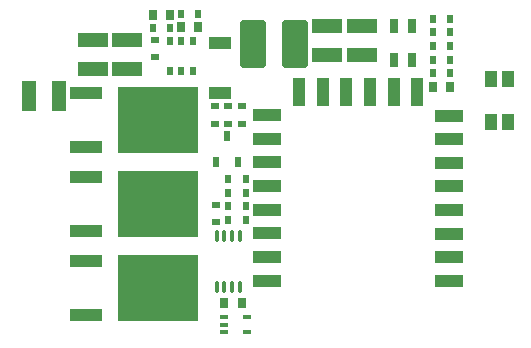
<source format=gtp>
G04*
G04 #@! TF.GenerationSoftware,Altium Limited,Altium Designer,20.1.8 (145)*
G04*
G04 Layer_Color=8421504*
%FSAX44Y44*%
%MOMM*%
G71*
G04*
G04 #@! TF.SameCoordinates,4BD3250C-79EC-4D4E-AA4E-9321392E63C2*
G04*
G04*
G04 #@! TF.FilePolarity,Positive*
G04*
G01*
G75*
%ADD17R,0.7620X1.1430*%
G04:AMPARAMS|DCode=18|XSize=0.95mm|YSize=2.65mm|CornerRadius=0.0048mm|HoleSize=0mm|Usage=FLASHONLY|Rotation=90.000|XOffset=0mm|YOffset=0mm|HoleType=Round|Shape=RoundedRectangle|*
%AMROUNDEDRECTD18*
21,1,0.9500,2.6405,0,0,90.0*
21,1,0.9405,2.6500,0,0,90.0*
1,1,0.0095,1.3203,0.4703*
1,1,0.0095,1.3203,-0.4703*
1,1,0.0095,-1.3203,-0.4703*
1,1,0.0095,-1.3203,0.4703*
%
%ADD18ROUNDEDRECTD18*%
G04:AMPARAMS|DCode=19|XSize=5.55mm|YSize=6.8mm|CornerRadius=0.0278mm|HoleSize=0mm|Usage=FLASHONLY|Rotation=90.000|XOffset=0mm|YOffset=0mm|HoleType=Round|Shape=RoundedRectangle|*
%AMROUNDEDRECTD19*
21,1,5.5500,6.7445,0,0,90.0*
21,1,5.4945,6.8000,0,0,90.0*
1,1,0.0555,3.3723,2.7473*
1,1,0.0555,3.3723,-2.7473*
1,1,0.0555,-3.3723,-2.7473*
1,1,0.0555,-3.3723,2.7473*
%
%ADD19ROUNDEDRECTD19*%
G04:AMPARAMS|DCode=20|XSize=0.75mm|YSize=0.55mm|CornerRadius=0.0028mm|HoleSize=0mm|Usage=FLASHONLY|Rotation=90.000|XOffset=0mm|YOffset=0mm|HoleType=Round|Shape=RoundedRectangle|*
%AMROUNDEDRECTD20*
21,1,0.7500,0.5445,0,0,90.0*
21,1,0.7445,0.5500,0,0,90.0*
1,1,0.0055,0.2723,0.3723*
1,1,0.0055,0.2723,-0.3723*
1,1,0.0055,-0.2723,-0.3723*
1,1,0.0055,-0.2723,0.3723*
%
%ADD20ROUNDEDRECTD20*%
%ADD21O,0.3500X1.1500*%
G04:AMPARAMS|DCode=22|XSize=2.55mm|YSize=1.2mm|CornerRadius=0.006mm|HoleSize=0mm|Usage=FLASHONLY|Rotation=90.000|XOffset=0mm|YOffset=0mm|HoleType=Round|Shape=RoundedRectangle|*
%AMROUNDEDRECTD22*
21,1,2.5500,1.1880,0,0,90.0*
21,1,2.5380,1.2000,0,0,90.0*
1,1,0.0120,0.5940,1.2690*
1,1,0.0120,0.5940,-1.2690*
1,1,0.0120,-0.5940,-1.2690*
1,1,0.0120,-0.5940,1.2690*
%
%ADD22ROUNDEDRECTD22*%
G04:AMPARAMS|DCode=23|XSize=2.55mm|YSize=1.2mm|CornerRadius=0.006mm|HoleSize=0mm|Usage=FLASHONLY|Rotation=0.000|XOffset=0mm|YOffset=0mm|HoleType=Round|Shape=RoundedRectangle|*
%AMROUNDEDRECTD23*
21,1,2.5500,1.1880,0,0,0.0*
21,1,2.5380,1.2000,0,0,0.0*
1,1,0.0120,1.2690,-0.5940*
1,1,0.0120,-1.2690,-0.5940*
1,1,0.0120,-1.2690,0.5940*
1,1,0.0120,1.2690,0.5940*
%
%ADD23ROUNDEDRECTD23*%
G04:AMPARAMS|DCode=24|XSize=0.75mm|YSize=0.55mm|CornerRadius=0.0028mm|HoleSize=0mm|Usage=FLASHONLY|Rotation=0.000|XOffset=0mm|YOffset=0mm|HoleType=Round|Shape=RoundedRectangle|*
%AMROUNDEDRECTD24*
21,1,0.7500,0.5445,0,0,0.0*
21,1,0.7445,0.5500,0,0,0.0*
1,1,0.0055,0.3723,-0.2723*
1,1,0.0055,-0.3723,-0.2723*
1,1,0.0055,-0.3723,0.2723*
1,1,0.0055,0.3723,0.2723*
%
%ADD24ROUNDEDRECTD24*%
G04:AMPARAMS|DCode=25|XSize=0.85mm|YSize=0.6mm|CornerRadius=0.003mm|HoleSize=0mm|Usage=FLASHONLY|Rotation=90.000|XOffset=0mm|YOffset=0mm|HoleType=Round|Shape=RoundedRectangle|*
%AMROUNDEDRECTD25*
21,1,0.8500,0.5940,0,0,90.0*
21,1,0.8440,0.6000,0,0,90.0*
1,1,0.0060,0.2970,0.4220*
1,1,0.0060,0.2970,-0.4220*
1,1,0.0060,-0.2970,-0.4220*
1,1,0.0060,-0.2970,0.4220*
%
%ADD25ROUNDEDRECTD25*%
G04:AMPARAMS|DCode=26|XSize=1.4mm|YSize=1.05mm|CornerRadius=0.0053mm|HoleSize=0mm|Usage=FLASHONLY|Rotation=90.000|XOffset=0mm|YOffset=0mm|HoleType=Round|Shape=RoundedRectangle|*
%AMROUNDEDRECTD26*
21,1,1.4000,1.0395,0,0,90.0*
21,1,1.3895,1.0500,0,0,90.0*
1,1,0.0105,0.5198,0.6948*
1,1,0.0105,0.5198,-0.6948*
1,1,0.0105,-0.5198,-0.6948*
1,1,0.0105,-0.5198,0.6948*
%
%ADD26ROUNDEDRECTD26*%
G04:AMPARAMS|DCode=27|XSize=0.54mm|YSize=0.75mm|CornerRadius=0.0027mm|HoleSize=0mm|Usage=FLASHONLY|Rotation=0.000|XOffset=0mm|YOffset=0mm|HoleType=Round|Shape=RoundedRectangle|*
%AMROUNDEDRECTD27*
21,1,0.5400,0.7446,0,0,0.0*
21,1,0.5346,0.7500,0,0,0.0*
1,1,0.0054,0.2673,-0.3723*
1,1,0.0054,-0.2673,-0.3723*
1,1,0.0054,-0.2673,0.3723*
1,1,0.0054,0.2673,0.3723*
%
%ADD27ROUNDEDRECTD27*%
G04:AMPARAMS|DCode=28|XSize=1.85mm|YSize=1mm|CornerRadius=0.005mm|HoleSize=0mm|Usage=FLASHONLY|Rotation=180.000|XOffset=0mm|YOffset=0mm|HoleType=Round|Shape=RoundedRectangle|*
%AMROUNDEDRECTD28*
21,1,1.8500,0.9900,0,0,180.0*
21,1,1.8400,1.0000,0,0,180.0*
1,1,0.0100,-0.9200,0.4950*
1,1,0.0100,0.9200,0.4950*
1,1,0.0100,0.9200,-0.4950*
1,1,0.0100,-0.9200,-0.4950*
%
%ADD28ROUNDEDRECTD28*%
G04:AMPARAMS|DCode=29|XSize=1.1mm|YSize=2.3mm|CornerRadius=0.0055mm|HoleSize=0mm|Usage=FLASHONLY|Rotation=270.000|XOffset=0mm|YOffset=0mm|HoleType=Round|Shape=RoundedRectangle|*
%AMROUNDEDRECTD29*
21,1,1.1000,2.2890,0,0,270.0*
21,1,1.0890,2.3000,0,0,270.0*
1,1,0.0110,-1.1445,-0.5445*
1,1,0.0110,-1.1445,0.5445*
1,1,0.0110,1.1445,0.5445*
1,1,0.0110,1.1445,-0.5445*
%
%ADD29ROUNDEDRECTD29*%
G04:AMPARAMS|DCode=30|XSize=1.1mm|YSize=2.3mm|CornerRadius=0.0055mm|HoleSize=0mm|Usage=FLASHONLY|Rotation=0.000|XOffset=0mm|YOffset=0mm|HoleType=Round|Shape=RoundedRectangle|*
%AMROUNDEDRECTD30*
21,1,1.1000,2.2890,0,0,0.0*
21,1,1.0890,2.3000,0,0,0.0*
1,1,0.0110,0.5445,-1.1445*
1,1,0.0110,-0.5445,-1.1445*
1,1,0.0110,-0.5445,1.1445*
1,1,0.0110,0.5445,1.1445*
%
%ADD30ROUNDEDRECTD30*%
G04:AMPARAMS|DCode=31|XSize=0.55mm|YSize=0.8mm|CornerRadius=0.0028mm|HoleSize=0mm|Usage=FLASHONLY|Rotation=180.000|XOffset=0mm|YOffset=0mm|HoleType=Round|Shape=RoundedRectangle|*
%AMROUNDEDRECTD31*
21,1,0.5500,0.7945,0,0,180.0*
21,1,0.5445,0.8000,0,0,180.0*
1,1,0.0055,-0.2723,0.3973*
1,1,0.0055,0.2723,0.3973*
1,1,0.0055,0.2723,-0.3973*
1,1,0.0055,-0.2723,-0.3973*
%
%ADD31ROUNDEDRECTD31*%
G04:AMPARAMS|DCode=32|XSize=4mm|YSize=2.2mm|CornerRadius=0.22mm|HoleSize=0mm|Usage=FLASHONLY|Rotation=90.000|XOffset=0mm|YOffset=0mm|HoleType=Round|Shape=RoundedRectangle|*
%AMROUNDEDRECTD32*
21,1,4.0000,1.7600,0,0,90.0*
21,1,3.5600,2.2000,0,0,90.0*
1,1,0.4400,0.8800,1.7800*
1,1,0.4400,0.8800,-1.7800*
1,1,0.4400,-0.8800,-1.7800*
1,1,0.4400,-0.8800,1.7800*
%
%ADD32ROUNDEDRECTD32*%
G04:AMPARAMS|DCode=33|XSize=0.35mm|YSize=0.6mm|CornerRadius=0.0018mm|HoleSize=0mm|Usage=FLASHONLY|Rotation=90.000|XOffset=0mm|YOffset=0mm|HoleType=Round|Shape=RoundedRectangle|*
%AMROUNDEDRECTD33*
21,1,0.3500,0.5965,0,0,90.0*
21,1,0.3465,0.6000,0,0,90.0*
1,1,0.0035,0.2983,0.1733*
1,1,0.0035,0.2983,-0.1733*
1,1,0.0035,-0.2983,-0.1733*
1,1,0.0035,-0.2983,0.1733*
%
%ADD33ROUNDEDRECTD33*%
D17*
X00325840Y00301391D02*
D03*
X00341080D02*
D03*
Y00272181D02*
D03*
X00325840D02*
D03*
D18*
X00064728Y00244834D02*
D03*
Y00199034D02*
D03*
Y00102289D02*
D03*
Y00056488D02*
D03*
Y00127761D02*
D03*
Y00173561D02*
D03*
D19*
X00125728Y00221933D02*
D03*
Y00079388D02*
D03*
Y00150661D02*
D03*
D20*
X00372964Y00295990D02*
D03*
X00358464D02*
D03*
Y00284407D02*
D03*
X00372964D02*
D03*
X00358464Y00307492D02*
D03*
X00372964D02*
D03*
X00358464Y00272904D02*
D03*
X00372964D02*
D03*
X00135845Y00299730D02*
D03*
X00121345D02*
D03*
X00145630Y00311404D02*
D03*
X00160130D02*
D03*
X00358464Y00261402D02*
D03*
X00372964D02*
D03*
X00185554Y00148737D02*
D03*
X00200054D02*
D03*
X00200036Y00160274D02*
D03*
X00185536D02*
D03*
X00200036Y00171704D02*
D03*
X00185536D02*
D03*
X00185554Y00137174D02*
D03*
X00200054D02*
D03*
D21*
X00175656Y00080664D02*
D03*
X00182156D02*
D03*
X00188656D02*
D03*
X00195156D02*
D03*
X00175656Y00123164D02*
D03*
X00182156D02*
D03*
X00188656D02*
D03*
X00195156D02*
D03*
D22*
X00041944Y00242192D02*
D03*
X00016944D02*
D03*
D23*
X00099984Y00289848D02*
D03*
Y00264848D02*
D03*
X00269271Y00276644D02*
D03*
Y00301644D02*
D03*
X00070521Y00289848D02*
D03*
Y00264848D02*
D03*
X00298773Y00276644D02*
D03*
Y00301644D02*
D03*
D24*
X00123563Y00274868D02*
D03*
Y00289368D02*
D03*
X00175006Y00150007D02*
D03*
Y00135507D02*
D03*
X00185581Y00233138D02*
D03*
Y00218638D02*
D03*
X00174079D02*
D03*
Y00233138D02*
D03*
X00197084Y00218638D02*
D03*
Y00233138D02*
D03*
D25*
X00135845Y00310980D02*
D03*
X00121345D02*
D03*
X00372964Y00249464D02*
D03*
X00358464D02*
D03*
X00160130Y00300257D02*
D03*
X00145630D02*
D03*
X00182156Y00066712D02*
D03*
X00196656D02*
D03*
D26*
X00408134Y00256000D02*
D03*
X00422634D02*
D03*
Y00220000D02*
D03*
X00408134D02*
D03*
D27*
X00136260Y00262852D02*
D03*
X00145760D02*
D03*
X00155260D02*
D03*
X00136260Y00288352D02*
D03*
X00145760D02*
D03*
X00155260D02*
D03*
D28*
X00178250Y00244840D02*
D03*
Y00286840D02*
D03*
D29*
X00372152Y00085666D02*
D03*
Y00205300D02*
D03*
X00217942Y00225620D02*
D03*
X00372152Y00105478D02*
D03*
Y00125544D02*
D03*
Y00145356D02*
D03*
Y00165676D02*
D03*
Y00185488D02*
D03*
Y00225366D02*
D03*
X00217942Y00205554D02*
D03*
Y00185742D02*
D03*
X00218196Y00165676D02*
D03*
Y00145610D02*
D03*
Y00125798D02*
D03*
Y00105478D02*
D03*
Y00085666D02*
D03*
D30*
X00345212Y00245194D02*
D03*
X00325400D02*
D03*
X00305588D02*
D03*
X00285268D02*
D03*
X00265456D02*
D03*
X00245136D02*
D03*
D31*
X00175006Y00186055D02*
D03*
X00194006D02*
D03*
X00184506Y00208055D02*
D03*
D32*
X00241527Y00286128D02*
D03*
X00206527D02*
D03*
D33*
X00182156Y00054994D02*
D03*
Y00048494D02*
D03*
Y00041994D02*
D03*
X00201656D02*
D03*
Y00054994D02*
D03*
M02*

</source>
